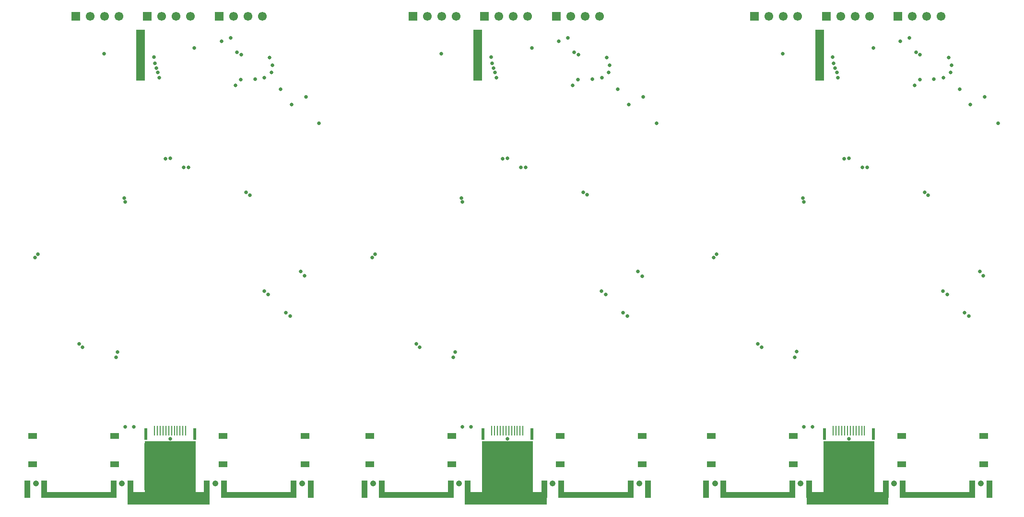
<source format=gbs>
G04*
G04 #@! TF.GenerationSoftware,Altium Limited,Altium Designer,23.6.0 (18)*
G04*
G04 Layer_Color=16711935*
%FSLAX44Y44*%
%MOMM*%
G71*
G04*
G04 #@! TF.SameCoordinates,4061A6F7-F738-458C-8749-E02376798AA4*
G04*
G04*
G04 #@! TF.FilePolarity,Negative*
G04*
G01*
G75*
%ADD69R,0.2508X1.7508*%
%ADD70C,1.0508*%
%ADD71R,1.5508X9.0508*%
%ADD72R,9.0508X2.0508*%
%ADD73R,9.0508X1.0508*%
%ADD74R,1.0508X3.0508*%
%ADD75O,1.0508X9.0508*%
%ADD76C,1.5508*%
%ADD77R,1.5508X1.5508*%
%ADD78O,9.0508X1.0508*%
%ADD79R,0.6208X2.0508*%
%ADD80R,9.0508X9.0508*%
%ADD81C,0.6508*%
%ADD82R,1.5508X1.0508*%
D69*
X1481250Y1328500D02*
D03*
X1466250D02*
D03*
X1476250D02*
D03*
X1471250D02*
D03*
X1451250D02*
D03*
X1486250D02*
D03*
X1496250D02*
D03*
X1491250D02*
D03*
X1501250D02*
D03*
X1506250D02*
D03*
X1456250D02*
D03*
X1461250D02*
D03*
X878250Y1328500D02*
D03*
X863250D02*
D03*
X873250D02*
D03*
X868250D02*
D03*
X848250D02*
D03*
X883250D02*
D03*
X893250D02*
D03*
X888250D02*
D03*
X898250D02*
D03*
X903250D02*
D03*
X853250D02*
D03*
X858250D02*
D03*
X283000Y1328500D02*
D03*
X268000D02*
D03*
X278000D02*
D03*
X273000D02*
D03*
X253000D02*
D03*
X288000D02*
D03*
X298000D02*
D03*
X293000D02*
D03*
X303000D02*
D03*
X308000D02*
D03*
X258000D02*
D03*
X263000D02*
D03*
D70*
X1712000Y1235000D02*
D03*
X1558500D02*
D03*
X1393250D02*
D03*
X1242250D02*
D03*
X1109000Y1235000D02*
D03*
X955500D02*
D03*
X790250D02*
D03*
X639250D02*
D03*
X513750Y1235000D02*
D03*
X360250D02*
D03*
X195000D02*
D03*
X44000D02*
D03*
D71*
X1426750Y1991250D02*
D03*
X823750Y1991250D02*
D03*
X228500Y1991250D02*
D03*
D72*
X1503750Y1208000D02*
D03*
X1448750D02*
D03*
X900750Y1208000D02*
D03*
X845750D02*
D03*
X305500Y1208000D02*
D03*
X250500D02*
D03*
D73*
X1478750Y1220750D02*
D03*
X1338750Y1214750D02*
D03*
X1494750D02*
D03*
X1656750D02*
D03*
X1613750D02*
D03*
X1297750D02*
D03*
X1457750D02*
D03*
X875750Y1220750D02*
D03*
X735750Y1214750D02*
D03*
X891750D02*
D03*
X1053750D02*
D03*
X1010750D02*
D03*
X694750D02*
D03*
X854750D02*
D03*
X280500Y1220750D02*
D03*
X140500Y1214750D02*
D03*
X296500D02*
D03*
X458500D02*
D03*
X415500D02*
D03*
X99500D02*
D03*
X259500D02*
D03*
D74*
X1696750Y1224750D02*
D03*
X1256750D02*
D03*
X1726750D02*
D03*
X1226750D02*
D03*
X1378750D02*
D03*
X1573750D02*
D03*
X1543750D02*
D03*
X1408750D02*
D03*
X1093750Y1224750D02*
D03*
X653750D02*
D03*
X1123750D02*
D03*
X623750D02*
D03*
X775750D02*
D03*
X970750D02*
D03*
X940750D02*
D03*
X805750D02*
D03*
X498500Y1224750D02*
D03*
X58500D02*
D03*
X528500D02*
D03*
X28500D02*
D03*
X180500D02*
D03*
X375500D02*
D03*
X345500D02*
D03*
X210500D02*
D03*
D75*
X1513250Y1262750D02*
D03*
X1518750Y1262500D02*
D03*
X1508250Y1263750D02*
D03*
X1504250Y1263250D02*
D03*
X1496000Y1262000D02*
D03*
X1489500Y1263250D02*
D03*
X1481250Y1264000D02*
D03*
X1477750Y1263750D02*
D03*
X1470000Y1263500D02*
D03*
X1461000Y1263750D02*
D03*
X1452500D02*
D03*
X1445500Y1264500D02*
D03*
X1438750D02*
D03*
X910250Y1262750D02*
D03*
X915750Y1262500D02*
D03*
X905250Y1263750D02*
D03*
X901250Y1263250D02*
D03*
X893000Y1262000D02*
D03*
X886500Y1263250D02*
D03*
X878250Y1264000D02*
D03*
X874750Y1263750D02*
D03*
X867000Y1263500D02*
D03*
X858000Y1263750D02*
D03*
X849500D02*
D03*
X842500Y1264500D02*
D03*
X835750D02*
D03*
X315000Y1262750D02*
D03*
X320500Y1262500D02*
D03*
X310000Y1263750D02*
D03*
X306000Y1263250D02*
D03*
X297750Y1262000D02*
D03*
X291250Y1263250D02*
D03*
X283000Y1264000D02*
D03*
X279500Y1263750D02*
D03*
X271750Y1263500D02*
D03*
X262750Y1263750D02*
D03*
X254250D02*
D03*
X247250Y1264500D02*
D03*
X240500D02*
D03*
D76*
X1590500Y2059500D02*
D03*
X1337350D02*
D03*
X1362750D02*
D03*
X1388150D02*
D03*
X1641300D02*
D03*
X1615900D02*
D03*
X1514800D02*
D03*
X1489400D02*
D03*
X1464000D02*
D03*
X987500Y2059500D02*
D03*
X734350D02*
D03*
X759750D02*
D03*
X785150D02*
D03*
X1038300D02*
D03*
X1012900D02*
D03*
X911800D02*
D03*
X886400D02*
D03*
X861000D02*
D03*
X392250Y2059500D02*
D03*
X139100D02*
D03*
X164500D02*
D03*
X189900D02*
D03*
X443050D02*
D03*
X417650D02*
D03*
X316550D02*
D03*
X291150D02*
D03*
X265750D02*
D03*
D77*
X1311950D02*
D03*
X1565100D02*
D03*
X1438600D02*
D03*
X708950Y2059500D02*
D03*
X962100D02*
D03*
X835600D02*
D03*
X113700Y2059500D02*
D03*
X366850D02*
D03*
X240350D02*
D03*
D78*
X1478750Y1304750D02*
D03*
X875750Y1304750D02*
D03*
X280500Y1304750D02*
D03*
D79*
X1435600Y1322500D02*
D03*
X1521900D02*
D03*
X832600Y1322500D02*
D03*
X918900D02*
D03*
X237350Y1322500D02*
D03*
X323650D02*
D03*
D80*
X1478750Y1264500D02*
D03*
X875750Y1264500D02*
D03*
X280500Y1264500D02*
D03*
D81*
X1716250Y1602000D02*
D03*
X1618501Y1744498D02*
D03*
X1399156Y1732344D02*
D03*
X1397371Y1739371D02*
D03*
X1386465Y1467715D02*
D03*
X1361750Y1993750D02*
D03*
X1521750Y2003750D02*
D03*
X1450150Y1987848D02*
D03*
X1451651Y1977098D02*
D03*
X1454500Y1968250D02*
D03*
X1457250Y1961000D02*
D03*
X1459250Y1951500D02*
D03*
X1594377Y1937730D02*
D03*
X1597000Y1996210D02*
D03*
X1604000Y1992000D02*
D03*
X1478877Y1314000D02*
D03*
X1654627Y1987365D02*
D03*
X1659627Y1973365D02*
D03*
X1603750Y1947750D02*
D03*
X1657877Y1960865D02*
D03*
X1645377Y1951865D02*
D03*
X1628627Y1948615D02*
D03*
X1569377Y2015865D02*
D03*
X1585750Y2022000D02*
D03*
X1741877Y1871115D02*
D03*
X1652127Y1568865D02*
D03*
X1644627Y1575115D02*
D03*
X1709627Y1609865D02*
D03*
X1690377Y1530865D02*
D03*
X1682877Y1536365D02*
D03*
X1383377Y1458365D02*
D03*
X1318127Y1481365D02*
D03*
X1324377Y1476115D02*
D03*
X1239877Y1634365D02*
D03*
X1245377Y1640365D02*
D03*
X1470377Y1808615D02*
D03*
X1478688Y1809110D02*
D03*
X1502377Y1792865D02*
D03*
X1510877Y1793615D02*
D03*
X1612627Y1748865D02*
D03*
X1718377Y1917615D02*
D03*
X1692877Y1904115D02*
D03*
X1674000Y1931500D02*
D03*
X1399627Y1335115D02*
D03*
X1414250Y1335500D02*
D03*
X783500Y1467000D02*
D03*
X796500Y1732000D02*
D03*
X1016250Y1744750D02*
D03*
X1113480Y1601234D02*
D03*
X758750Y1993750D02*
D03*
X918750Y2003750D02*
D03*
X847150Y1987848D02*
D03*
X848651Y1977098D02*
D03*
X851500Y1968250D02*
D03*
X854250Y1961000D02*
D03*
X856250Y1951500D02*
D03*
X991377Y1937730D02*
D03*
X994000Y1996210D02*
D03*
X1001000Y1992000D02*
D03*
X875877Y1314000D02*
D03*
X1051627Y1987365D02*
D03*
X1056627Y1973365D02*
D03*
X1000750Y1947750D02*
D03*
X1054877Y1960865D02*
D03*
X1042377Y1951865D02*
D03*
X1025627Y1948615D02*
D03*
X966377Y2015865D02*
D03*
X982750Y2022000D02*
D03*
X1138877Y1871115D02*
D03*
X1049127Y1568865D02*
D03*
X1041627Y1575115D02*
D03*
X1106627Y1609865D02*
D03*
X1087377Y1530865D02*
D03*
X1079877Y1536365D02*
D03*
X780377Y1458365D02*
D03*
X715127Y1481365D02*
D03*
X721377Y1476115D02*
D03*
X636877Y1634365D02*
D03*
X642377Y1640365D02*
D03*
X794377Y1739365D02*
D03*
X867377Y1808615D02*
D03*
X875688Y1809110D02*
D03*
X899377Y1792865D02*
D03*
X907877Y1793615D02*
D03*
X1009627Y1748865D02*
D03*
X1115377Y1917615D02*
D03*
X1089877Y1904115D02*
D03*
X1071000Y1931500D02*
D03*
X796627Y1335115D02*
D03*
X811250Y1335500D02*
D03*
X187750Y1467500D02*
D03*
X201500Y1732000D02*
D03*
X518000Y1602000D02*
D03*
X421250Y1744250D02*
D03*
X163500Y1993750D02*
D03*
X323500Y2003750D02*
D03*
X251901Y1987848D02*
D03*
X253400Y1977098D02*
D03*
X256250Y1968250D02*
D03*
X259000Y1961000D02*
D03*
X261000Y1951500D02*
D03*
X396127Y1937730D02*
D03*
X398750Y1996210D02*
D03*
X405750Y1992000D02*
D03*
X280627Y1314000D02*
D03*
X456377Y1987365D02*
D03*
X461377Y1973365D02*
D03*
X405500Y1947750D02*
D03*
X459627Y1960865D02*
D03*
X447127Y1951865D02*
D03*
X430377Y1948615D02*
D03*
X371127Y2015865D02*
D03*
X387500Y2022000D02*
D03*
X543627Y1871115D02*
D03*
X453877Y1568865D02*
D03*
X446377Y1575115D02*
D03*
X511377Y1609865D02*
D03*
X492127Y1530865D02*
D03*
X484627Y1536365D02*
D03*
X185127Y1458365D02*
D03*
X119877Y1481365D02*
D03*
X126127Y1476115D02*
D03*
X41627Y1634365D02*
D03*
X47127Y1640365D02*
D03*
X199127Y1739365D02*
D03*
X272127Y1808615D02*
D03*
X280438Y1809110D02*
D03*
X304127Y1792865D02*
D03*
X312627Y1793615D02*
D03*
X414377Y1748865D02*
D03*
X520127Y1917615D02*
D03*
X494627Y1904115D02*
D03*
X475750Y1931500D02*
D03*
X201377Y1335115D02*
D03*
X216000Y1335500D02*
D03*
D82*
X1380750Y1268750D02*
D03*
Y1318750D02*
D03*
X1235750D02*
D03*
Y1268750D02*
D03*
X1716750D02*
D03*
Y1318750D02*
D03*
X1571750D02*
D03*
Y1268750D02*
D03*
X777750Y1268750D02*
D03*
Y1318750D02*
D03*
X632750D02*
D03*
Y1268750D02*
D03*
X1113750D02*
D03*
Y1318750D02*
D03*
X968750D02*
D03*
Y1268750D02*
D03*
X182500Y1268750D02*
D03*
Y1318750D02*
D03*
X37500D02*
D03*
Y1268750D02*
D03*
X518500D02*
D03*
Y1318750D02*
D03*
X373500D02*
D03*
Y1268750D02*
D03*
M02*

</source>
